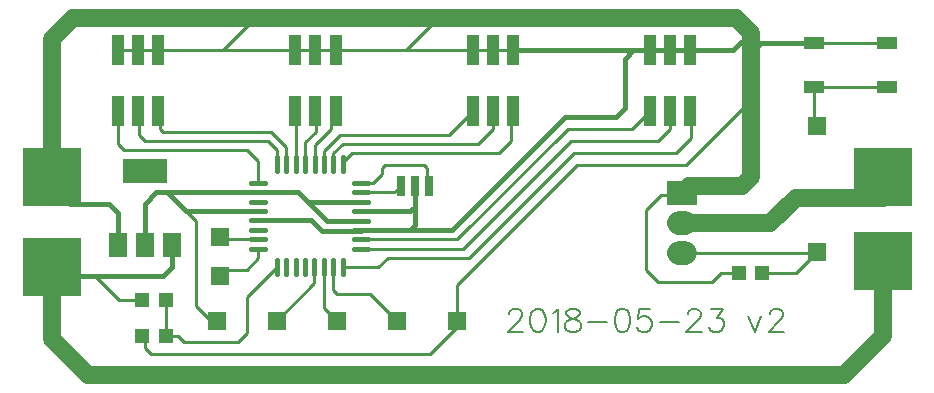
<source format=gtl>
G04 ---------------------------- Layer name :TOP LAYER*
G04 EasyEDA v5.4.12, Tue, 22 May 2018 18:49:31 GMT*
G04 d7c983edca6a4b4588ebda3a34a87f28*
G04 Gerber Generator version 0.2*
G04 Scale: 100 percent, Rotated: No, Reflected: No *
G04 Dimensions in millimeters *
G04 leading zeros omitted , absolute positions ,3 integer and 3 decimal *
%FSLAX33Y33*%
%MOMM*%
G90*
G71D02*

%ADD10C,0.254000*%
%ADD11C,0.399999*%
%ADD12C,1.499997*%
%ADD13C,0.449999*%
%ADD14C,0.203200*%
%ADD15R,3.799992X1.999996*%
%ADD16R,1.499997X1.999996*%
%ADD17R,0.701040X1.699260*%
%ADD18R,1.799996X1.099998*%
%ADD19R,1.099998X2.499995*%
%ADD20R,1.206500X1.206500*%
%ADD21R,2.500000X2.000001*%
%ADD22R,1.574800X1.574800*%
%ADD23R,1.574800X1.575054*%
%ADD24R,4.999990X4.999990*%
%ADD25R,1.575054X1.575054*%
%ADD26C,2.000001*%

%LPD*%
G54D11*
G01X52070Y26924D02*
G01X52070Y28041D01*
G01X52791Y28762D01*
G54D10*
G01X21031Y11938D02*
G01X21031Y11125D01*
G01X20066Y10160D01*
G01X18288Y10160D01*
G01X17780Y9652D01*
G01X29768Y17526D02*
G01X30734Y17526D01*
G01X31496Y18288D01*
G01X31496Y18796D01*
G01X31750Y19050D01*
G01X35052Y19050D01*
G01X35306Y18796D01*
G01X35306Y17449D01*
G01X35483Y17272D01*
G01X29768Y16725D02*
G01X32550Y16725D01*
G01X33096Y17272D01*
G54D11*
G01X29768Y15925D02*
G01X25222Y15925D01*
G01X24384Y16764D01*
G01X21059Y16764D01*
G01X21031Y16736D01*
G01X29768Y14328D02*
G01X26819Y14328D01*
G01X25222Y15925D01*
G01X21031Y16736D02*
G01X12418Y16736D01*
G01X11430Y15748D01*
G01X11430Y12242D01*
G01X21031Y15135D02*
G01X14912Y15135D01*
G01X13312Y16736D01*
G01X21031Y14338D02*
G01X25539Y14338D01*
G01X26416Y13462D01*
G01X29702Y13462D01*
G01X29768Y13528D01*
G01X29768Y15125D02*
G01X33921Y15125D01*
G01X34290Y15494D01*
G01X34290Y17272D01*
G01X29768Y13528D02*
G01X33848Y13528D01*
G01X34290Y13970D01*
G01X34290Y15494D01*
G01X3556Y9652D02*
G01X12954Y9652D01*
G01X13716Y10414D01*
G01X13716Y12227D01*
G01X13731Y12242D01*
G01X9131Y12242D02*
G01X9131Y14998D01*
G01X8382Y15748D01*
G01X5080Y15748D01*
G01X3556Y17272D01*
G54D10*
G01X9179Y28762D02*
G01X10876Y28762D01*
G01X10878Y28760D01*
G01X12580Y28762D02*
G01X24180Y28762D01*
G01X39179Y28762D02*
G01X40876Y28762D01*
G01X40878Y28760D01*
G54D11*
G01X42580Y28762D02*
G01X54180Y28762D01*
G54D10*
G01X74272Y29370D02*
G01X68072Y29370D01*
G01X24180Y28762D02*
G01X25877Y28762D01*
G01X25880Y28760D01*
G01X27579Y28762D02*
G01X25882Y28762D01*
G01X25880Y28760D01*
G01X39179Y28762D02*
G01X27579Y28762D01*
G54D11*
G01X54180Y28762D02*
G01X55877Y28762D01*
G01X55880Y28760D01*
G01X57579Y28762D02*
G01X55882Y28762D01*
G01X55880Y28760D01*
G54D10*
G01X42580Y28762D02*
G01X40881Y28762D01*
G01X40878Y28760D01*
G01X13208Y7620D02*
G01X13208Y4572D01*
G01X11226Y7620D02*
G01X9258Y7620D01*
G01X7226Y9652D01*
G54D12*
G01X3556Y9652D02*
G01X3556Y4318D01*
G01X6604Y1270D01*
G01X70612Y1270D01*
G01X73914Y4572D01*
G01X73914Y9144D01*
G01X3556Y17272D02*
G01X3556Y29718D01*
G01X5334Y31496D01*
G01X61468Y31496D01*
G01X62738Y30226D01*
G01X62738Y18034D01*
G01X61976Y17272D01*
G01X57531Y17272D01*
G01X56896Y16637D01*
G54D11*
G01X68072Y29370D02*
G01X63619Y29370D01*
G01X62738Y28488D01*
G54D12*
G01X56896Y14097D02*
G01X64389Y14097D01*
G01X66548Y16256D01*
G01X73914Y16256D01*
G54D10*
G01X74272Y25669D02*
G01X68072Y25669D01*
G01X21031Y12738D02*
G01X17995Y12738D01*
G01X17780Y12954D01*
G01X68072Y25669D02*
G01X68072Y22606D01*
G01X68326Y22352D01*
G01X56896Y11557D02*
G01X68199Y11557D01*
G01X68326Y11684D01*
G01X23406Y19126D02*
G01X23406Y20535D01*
G01X22098Y21844D01*
G01X12954Y21844D01*
G01X12700Y22098D01*
G01X12700Y23441D01*
G01X12580Y23561D01*
G01X22606Y19126D02*
G01X22606Y20320D01*
G01X21844Y21082D01*
G01X11430Y21082D01*
G01X10922Y21590D01*
G01X10922Y23520D01*
G01X10881Y23561D01*
G01X21031Y17536D02*
G01X21031Y19354D01*
G01X20066Y20320D01*
G01X9652Y20320D01*
G01X9144Y20828D01*
G01X9144Y23525D01*
G01X9179Y23561D01*
G01X24206Y19126D02*
G01X24206Y23535D01*
G01X24180Y23561D01*
G01X25006Y19126D02*
G01X25006Y20942D01*
G01X25908Y21844D01*
G01X25908Y23533D01*
G01X25880Y23561D01*
G01X25803Y19126D02*
G01X25803Y20723D01*
G01X27178Y22098D01*
G01X27178Y23159D01*
G01X27579Y23561D01*
G01X26603Y19126D02*
G01X26603Y20253D01*
G01X27940Y21590D01*
G01X37208Y21590D01*
G01X39179Y23561D01*
G01X27404Y19126D02*
G01X27404Y20038D01*
G01X28194Y20828D01*
G01X39624Y20828D01*
G01X40894Y22098D01*
G01X40894Y23548D01*
G01X40881Y23561D01*
G01X28204Y19126D02*
G01X28204Y19314D01*
G01X28956Y20066D01*
G01X41402Y20066D01*
G01X42418Y21082D01*
G01X42418Y23398D01*
G01X42580Y23561D01*
G01X16553Y28762D02*
G01X18018Y28762D01*
G01X20497Y31242D01*
G01X32862Y28762D02*
G01X33525Y28762D01*
G01X36004Y31242D01*
G01X29768Y12727D02*
G01X37873Y12727D01*
G01X47244Y22098D01*
G01X52717Y22098D01*
G01X54180Y23561D01*
G01X29768Y11927D02*
G01X38343Y11927D01*
G01X47498Y21082D01*
G01X54864Y21082D01*
G01X55880Y22098D01*
G01X55880Y23561D01*
G01X28194Y10363D02*
G01X31191Y10363D01*
G01X32004Y11176D01*
G01X38862Y11176D01*
G01X47752Y20066D01*
G01X56388Y20066D01*
G01X57658Y21336D01*
G01X57658Y23482D01*
G01X57579Y23561D01*
G01X25793Y10363D02*
G01X25793Y9029D01*
G01X22606Y5842D01*
G01X26593Y10363D02*
G01X26593Y6934D01*
G01X27686Y5842D01*
G01X27393Y10363D02*
G01X27393Y8420D01*
G01X27686Y8128D01*
G01X30480Y8128D01*
G01X32766Y5842D01*
G01X17526Y5842D02*
G01X17018Y5842D01*
G01X15748Y7112D01*
G01X15748Y14301D01*
G01X14913Y15135D01*
G01X13208Y4572D02*
G01X14224Y4572D01*
G01X14732Y4064D01*
G01X19304Y4064D01*
G01X20066Y4826D01*
G01X20066Y7833D01*
G01X22595Y10363D01*
G01X63703Y9906D02*
G01X66548Y9906D01*
G01X68072Y11430D01*
G01X68326Y11684D01*
G01X61722Y9906D02*
G01X60198Y9906D01*
G01X59436Y9144D01*
G01X54864Y9144D01*
G01X53848Y10160D01*
G01X53848Y15240D01*
G01X55118Y16510D01*
G01X56769Y16510D01*
G01X56896Y16637D01*
G01X37846Y5842D02*
G01X37846Y8890D01*
G01X48006Y19050D01*
G01X57226Y19050D01*
G01X62738Y24561D01*
G01X37846Y5842D02*
G01X37846Y5334D01*
G01X35560Y3048D01*
G01X11938Y3048D01*
G01X11430Y3556D01*
G01X11430Y4368D01*
G01X11226Y4572D01*
G01X12580Y28762D02*
G01X10881Y28762D01*
G01X10878Y28760D01*
G54D11*
G01X57579Y28762D02*
G01X61274Y28762D01*
G01X62738Y30226D01*
G01X32268Y13528D02*
G01X37404Y13528D01*
G01X46990Y23114D01*
G01X51308Y23114D01*
G01X52070Y23876D01*
G01X52070Y26924D01*
G54D13*
G01X28194Y9763D02*
G01X28194Y10963D01*
G01X27393Y9763D02*
G01X27393Y10963D01*
G01X26593Y9763D02*
G01X26593Y10963D01*
G01X25793Y9763D02*
G01X25793Y10963D01*
G01X24996Y9763D02*
G01X24996Y10963D01*
G01X24196Y9763D02*
G01X24196Y10963D01*
G01X23395Y9763D02*
G01X23395Y10963D01*
G01X22595Y9763D02*
G01X22595Y10963D01*
G01X21631Y11938D02*
G01X20431Y11938D01*
G01X21631Y12738D02*
G01X20431Y12738D01*
G01X21631Y13538D02*
G01X20431Y13538D01*
G01X21631Y14338D02*
G01X20431Y14338D01*
G01X21631Y15135D02*
G01X20431Y15135D01*
G01X21631Y15935D02*
G01X20431Y15935D01*
G01X21631Y16736D02*
G01X20431Y16736D01*
G01X21631Y17536D02*
G01X20431Y17536D01*
G01X22606Y18526D02*
G01X22606Y19726D01*
G01X23406Y18526D02*
G01X23406Y19726D01*
G01X24206Y18526D02*
G01X24206Y19726D01*
G01X25006Y18526D02*
G01X25006Y19726D01*
G01X25803Y18526D02*
G01X25803Y19726D01*
G01X26603Y18526D02*
G01X26603Y19726D01*
G01X27404Y18526D02*
G01X27404Y19726D01*
G01X28204Y18526D02*
G01X28204Y19726D01*
G01X30368Y17526D02*
G01X29168Y17526D01*
G01X30368Y16725D02*
G01X29168Y16725D01*
G01X30368Y15925D02*
G01X29168Y15925D01*
G01X30368Y15125D02*
G01X29168Y15125D01*
G01X30368Y14328D02*
G01X29168Y14328D01*
G01X30368Y13528D02*
G01X29168Y13528D01*
G01X30368Y12727D02*
G01X29168Y12727D01*
G01X30368Y11927D02*
G01X29168Y11927D01*
G54D14*
G01X42255Y6398D02*
G01X42255Y6489D01*
G01X42349Y6675D01*
G01X42440Y6766D01*
G01X42626Y6858D01*
G01X42994Y6858D01*
G01X43180Y6766D01*
G01X43271Y6675D01*
G01X43365Y6489D01*
G01X43365Y6304D01*
G01X43271Y6118D01*
G01X43088Y5842D01*
G01X42164Y4919D01*
G01X43456Y4919D01*
G01X44620Y6858D02*
G01X44343Y6766D01*
G01X44157Y6489D01*
G01X44066Y6027D01*
G01X44066Y5750D01*
G01X44157Y5288D01*
G01X44343Y5011D01*
G01X44620Y4919D01*
G01X44805Y4919D01*
G01X45082Y5011D01*
G01X45267Y5288D01*
G01X45359Y5750D01*
G01X45359Y6027D01*
G01X45267Y6489D01*
G01X45082Y6766D01*
G01X44805Y6858D01*
G01X44620Y6858D01*
G01X45968Y6489D02*
G01X46154Y6581D01*
G01X46431Y6858D01*
G01X46431Y4919D01*
G01X47503Y6858D02*
G01X47226Y6766D01*
G01X47132Y6581D01*
G01X47132Y6398D01*
G01X47226Y6212D01*
G01X47409Y6118D01*
G01X47779Y6027D01*
G01X48056Y5935D01*
G01X48242Y5750D01*
G01X48333Y5565D01*
G01X48333Y5288D01*
G01X48242Y5102D01*
G01X48148Y5011D01*
G01X47871Y4919D01*
G01X47503Y4919D01*
G01X47226Y5011D01*
G01X47132Y5102D01*
G01X47040Y5288D01*
G01X47040Y5565D01*
G01X47132Y5750D01*
G01X47317Y5935D01*
G01X47594Y6027D01*
G01X47965Y6118D01*
G01X48148Y6212D01*
G01X48242Y6398D01*
G01X48242Y6581D01*
G01X48148Y6766D01*
G01X47871Y6858D01*
G01X47503Y6858D01*
G01X48943Y5750D02*
G01X50606Y5750D01*
G01X51770Y6858D02*
G01X51493Y6766D01*
G01X51308Y6489D01*
G01X51216Y6027D01*
G01X51216Y5750D01*
G01X51308Y5288D01*
G01X51493Y5011D01*
G01X51770Y4919D01*
G01X51955Y4919D01*
G01X52232Y5011D01*
G01X52415Y5288D01*
G01X52509Y5750D01*
G01X52509Y6027D01*
G01X52415Y6489D01*
G01X52232Y6766D01*
G01X51955Y6858D01*
G01X51770Y6858D01*
G01X54226Y6858D02*
G01X53301Y6858D01*
G01X53210Y6027D01*
G01X53301Y6118D01*
G01X53581Y6212D01*
G01X53858Y6212D01*
G01X54135Y6118D01*
G01X54317Y5935D01*
G01X54411Y5659D01*
G01X54411Y5473D01*
G01X54317Y5196D01*
G01X54135Y5011D01*
G01X53858Y4919D01*
G01X53581Y4919D01*
G01X53301Y5011D01*
G01X53210Y5102D01*
G01X53119Y5288D01*
G01X55021Y5750D02*
G01X56682Y5750D01*
G01X57386Y6398D02*
G01X57386Y6489D01*
G01X57477Y6675D01*
G01X57569Y6766D01*
G01X57754Y6858D01*
G01X58125Y6858D01*
G01X58308Y6766D01*
G01X58402Y6675D01*
G01X58493Y6489D01*
G01X58493Y6304D01*
G01X58402Y6118D01*
G01X58216Y5842D01*
G01X57292Y4919D01*
G01X58585Y4919D01*
G01X59380Y6858D02*
G01X60396Y6858D01*
G01X59842Y6118D01*
G01X60119Y6118D01*
G01X60304Y6027D01*
G01X60396Y5935D01*
G01X60490Y5659D01*
G01X60490Y5473D01*
G01X60396Y5196D01*
G01X60210Y5011D01*
G01X59933Y4919D01*
G01X59656Y4919D01*
G01X59380Y5011D01*
G01X59288Y5102D01*
G01X59194Y5288D01*
G01X62522Y6212D02*
G01X63075Y4919D01*
G01X63629Y6212D02*
G01X63075Y4919D01*
G01X64330Y6398D02*
G01X64330Y6489D01*
G01X64424Y6675D01*
G01X64516Y6766D01*
G01X64701Y6858D01*
G01X65069Y6858D01*
G01X65255Y6766D01*
G01X65346Y6675D01*
G01X65440Y6489D01*
G01X65440Y6304D01*
G01X65346Y6118D01*
G01X65163Y5842D01*
G01X64239Y4919D01*
G01X65532Y4919D01*
G54D15*
G01X11430Y18542D03*
G54D16*
G01X11430Y12241D03*
G01X13729Y12241D03*
G01X9130Y12241D03*
G54D17*
G01X33096Y17270D03*
G01X34290Y17270D03*
G01X35483Y17270D03*
G54D18*
G01X68070Y29371D03*
G01X68070Y25670D03*
G01X74270Y29371D03*
G01X74270Y25670D03*
G54D19*
G01X57580Y28761D03*
G01X55878Y28761D03*
G01X54179Y28761D03*
G01X57580Y23561D03*
G01X55880Y23561D03*
G01X54179Y23561D03*
G01X42579Y28761D03*
G01X40880Y28761D03*
G01X39180Y28761D03*
G01X42579Y23561D03*
G01X40880Y23561D03*
G01X39180Y23561D03*
G01X27580Y28761D03*
G01X25878Y28761D03*
G01X24179Y28761D03*
G01X27580Y23561D03*
G01X25880Y23561D03*
G01X24179Y23561D03*
G01X12579Y28761D03*
G01X10880Y28761D03*
G01X9180Y28761D03*
G01X12579Y23561D03*
G01X10880Y23561D03*
G01X9180Y23561D03*
G54D20*
G01X61723Y9904D03*
G01X63704Y9904D03*
G01X13209Y4570D03*
G01X11228Y4570D03*
G01X13209Y7618D03*
G01X11228Y7618D03*
G54D21*
G01X56896Y16637D03*
G54D22*
G01X27686Y5842D03*
G01X32766Y5842D03*
G01X22606Y5842D03*
G54D23*
G01X37846Y5842D03*
G54D22*
G01X17526Y5842D03*
G54D24*
G01X3556Y10414D03*
G01X3556Y18034D03*
G01X73914Y18034D03*
G01X73914Y10922D03*
G54D25*
G01X68326Y22352D03*
G01X17780Y12954D03*
G01X17780Y9652D03*
G01X68326Y11684D03*
G54D26*
G01X57145Y11557D02*
G01X56646Y11557D01*
G01X57145Y14097D02*
G01X56646Y14097D01*
M00*
M02*

</source>
